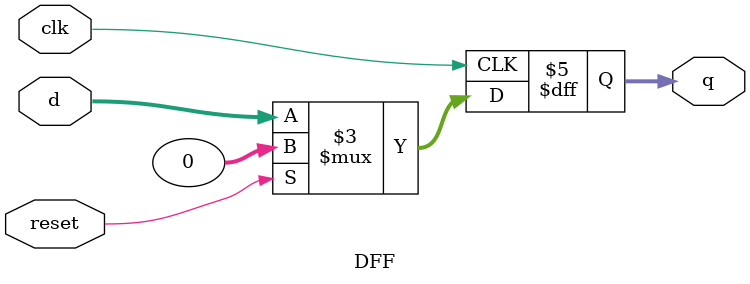
<source format=v>
module DFF(d,reset,clk,q);

input [31:0] d;
input reset,clk;
output reg [31:0] q;

always @(posedge clk) begin
        if(reset) begin
        q<=32'h00000000;
        end
        else begin
        q<=d;
        end
end

endmodule

</source>
